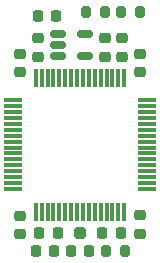
<source format=gbr>
%TF.GenerationSoftware,KiCad,Pcbnew,8.0.5*%
%TF.CreationDate,2025-07-03T08:28:17+01:00*%
%TF.ProjectId,sdrr rev e,73647272-2072-4657-9620-652e6b696361,rev?*%
%TF.SameCoordinates,Original*%
%TF.FileFunction,Paste,Top*%
%TF.FilePolarity,Positive*%
%FSLAX46Y46*%
G04 Gerber Fmt 4.6, Leading zero omitted, Abs format (unit mm)*
G04 Created by KiCad (PCBNEW 8.0.5) date 2025-07-03 08:28:17*
%MOMM*%
%LPD*%
G01*
G04 APERTURE LIST*
G04 Aperture macros list*
%AMRoundRect*
0 Rectangle with rounded corners*
0 $1 Rounding radius*
0 $2 $3 $4 $5 $6 $7 $8 $9 X,Y pos of 4 corners*
0 Add a 4 corners polygon primitive as box body*
4,1,4,$2,$3,$4,$5,$6,$7,$8,$9,$2,$3,0*
0 Add four circle primitives for the rounded corners*
1,1,$1+$1,$2,$3*
1,1,$1+$1,$4,$5*
1,1,$1+$1,$6,$7*
1,1,$1+$1,$8,$9*
0 Add four rect primitives between the rounded corners*
20,1,$1+$1,$2,$3,$4,$5,0*
20,1,$1+$1,$4,$5,$6,$7,0*
20,1,$1+$1,$6,$7,$8,$9,0*
20,1,$1+$1,$8,$9,$2,$3,0*%
G04 Aperture macros list end*
%ADD10RoundRect,0.200000X0.200000X0.275000X-0.200000X0.275000X-0.200000X-0.275000X0.200000X-0.275000X0*%
%ADD11RoundRect,0.225000X0.225000X0.250000X-0.225000X0.250000X-0.225000X-0.250000X0.225000X-0.250000X0*%
%ADD12RoundRect,0.225000X0.250000X-0.225000X0.250000X0.225000X-0.250000X0.225000X-0.250000X-0.225000X0*%
%ADD13RoundRect,0.150000X-0.512500X-0.150000X0.512500X-0.150000X0.512500X0.150000X-0.512500X0.150000X0*%
%ADD14RoundRect,0.250000X-0.250000X-0.250000X0.250000X-0.250000X0.250000X0.250000X-0.250000X0.250000X0*%
%ADD15RoundRect,0.200000X-0.200000X-0.275000X0.200000X-0.275000X0.200000X0.275000X-0.200000X0.275000X0*%
%ADD16RoundRect,0.225000X-0.250000X0.225000X-0.250000X-0.225000X0.250000X-0.225000X0.250000X0.225000X0*%
%ADD17RoundRect,0.225000X-0.225000X-0.250000X0.225000X-0.250000X0.225000X0.250000X-0.225000X0.250000X0*%
%ADD18RoundRect,0.075000X-0.075000X0.700000X-0.075000X-0.700000X0.075000X-0.700000X0.075000X0.700000X0*%
%ADD19RoundRect,0.075000X-0.700000X0.075000X-0.700000X-0.075000X0.700000X-0.075000X0.700000X0.075000X0*%
%ADD20RoundRect,0.218750X-0.218750X-0.256250X0.218750X-0.256250X0.218750X0.256250X-0.218750X0.256250X0*%
G04 APERTURE END LIST*
D10*
%TO.C,R3*%
X113042200Y-57124600D03*
X111392200Y-57124600D03*
%TD*%
D11*
%TO.C,C1*%
X107201000Y-37236400D03*
X105651000Y-37236400D03*
%TD*%
D12*
%TO.C,C3*%
X112801400Y-40678400D03*
X112801400Y-39128400D03*
%TD*%
%TO.C,C2*%
X111302800Y-40678400D03*
X111302800Y-39128400D03*
%TD*%
D13*
%TO.C,U3*%
X107351400Y-38760400D03*
X107351400Y-39710400D03*
X107351400Y-40660400D03*
X109626400Y-40660400D03*
X109626400Y-38760400D03*
%TD*%
D14*
%TO.C,TP1*%
X109220000Y-55609800D03*
%TD*%
D11*
%TO.C,RC5*%
X107023200Y-57150000D03*
X105473200Y-57150000D03*
%TD*%
D15*
%TO.C,R2*%
X112687600Y-36880800D03*
X114337600Y-36880800D03*
%TD*%
D12*
%TO.C,C7*%
X104165400Y-41999200D03*
X104165400Y-40449200D03*
%TD*%
D16*
%TO.C,C6*%
X114274600Y-54114400D03*
X114274600Y-55664400D03*
%TD*%
D17*
%TO.C,RC4*%
X111112000Y-55600600D03*
X112662000Y-55600600D03*
%TD*%
D18*
%TO.C,U1*%
X112970000Y-42458000D03*
X112470000Y-42458000D03*
X111970000Y-42458000D03*
X111470000Y-42458000D03*
X110970000Y-42458000D03*
X110470000Y-42458000D03*
X109970000Y-42458000D03*
X109470000Y-42458000D03*
X108970000Y-42458000D03*
X108470000Y-42458000D03*
X107970000Y-42458000D03*
X107470000Y-42458000D03*
X106970000Y-42458000D03*
X106470000Y-42458000D03*
X105970000Y-42458000D03*
X105470000Y-42458000D03*
D19*
X103545000Y-44383000D03*
X103545000Y-44883000D03*
X103545000Y-45383000D03*
X103545000Y-45883000D03*
X103545000Y-46383000D03*
X103545000Y-46883000D03*
X103545000Y-47383000D03*
X103545000Y-47883000D03*
X103545000Y-48383000D03*
X103545000Y-48883000D03*
X103545000Y-49383000D03*
X103545000Y-49883000D03*
X103545000Y-50383000D03*
X103545000Y-50883000D03*
X103545000Y-51383000D03*
X103545000Y-51883000D03*
D18*
X105470000Y-53808000D03*
X105970000Y-53808000D03*
X106470000Y-53808000D03*
X106970000Y-53808000D03*
X107470000Y-53808000D03*
X107970000Y-53808000D03*
X108470000Y-53808000D03*
X108970000Y-53808000D03*
X109470000Y-53808000D03*
X109970000Y-53808000D03*
X110470000Y-53808000D03*
X110970000Y-53808000D03*
X111470000Y-53808000D03*
X111970000Y-53808000D03*
X112470000Y-53808000D03*
X112970000Y-53808000D03*
D19*
X114895000Y-51883000D03*
X114895000Y-51383000D03*
X114895000Y-50883000D03*
X114895000Y-50383000D03*
X114895000Y-49883000D03*
X114895000Y-49383000D03*
X114895000Y-48883000D03*
X114895000Y-48383000D03*
X114895000Y-47883000D03*
X114895000Y-47383000D03*
X114895000Y-46883000D03*
X114895000Y-46383000D03*
X114895000Y-45883000D03*
X114895000Y-45383000D03*
X114895000Y-44883000D03*
X114895000Y-44383000D03*
%TD*%
D16*
%TO.C,C4*%
X104165400Y-54139800D03*
X104165400Y-55689800D03*
%TD*%
D12*
%TO.C,C5*%
X105664000Y-40678400D03*
X105664000Y-39128400D03*
%TD*%
D17*
%TO.C,C9*%
X105778000Y-55600600D03*
X107328000Y-55600600D03*
%TD*%
D20*
%TO.C,D1*%
X108432500Y-57124600D03*
X110007500Y-57124600D03*
%TD*%
D12*
%TO.C,C8*%
X114300000Y-41999200D03*
X114300000Y-40449200D03*
%TD*%
D15*
%TO.C,R1*%
X109690400Y-36880800D03*
X111340400Y-36880800D03*
%TD*%
M02*

</source>
